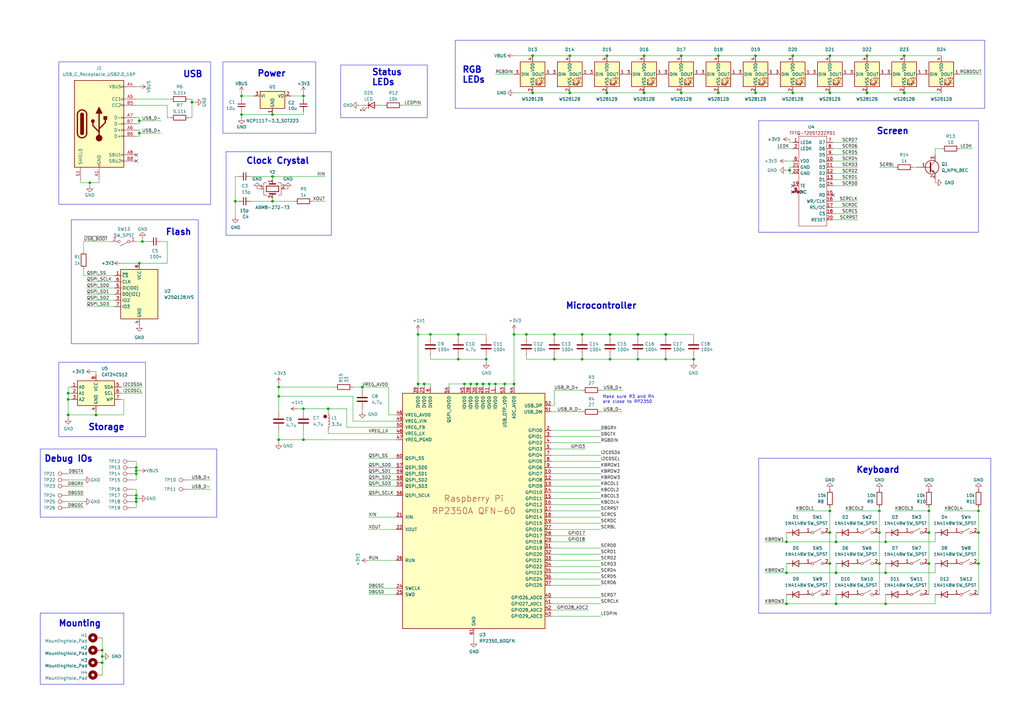
<source format=kicad_sch>
(kicad_sch (version 20231120) (generator "eeschema") (generator_version "8.0")
  (paper "A3")
  (title_block (title "JukeBoxV5") (date "2023-12-25") (rev "REV1") (company "Friend Team Inc."))
  (junction (at 99.06 39.37))
  (junction (at 370.84 22.86))
  (junction (at 57.15 107.95))
  (junction (at 238.76 147.32))
  (junction (at 250.19 147.32))
  (junction (at 55.88 191.77))
  (junction (at 207.01 157.48))
  (junction (at 195.58 157.48))
  (junction (at 111.76 46.99))
  (junction (at 215.9 137.16))
  (junction (at 58.42 99.06))
  (junction (at 111.76 82.55))
  (junction (at 200.66 157.48))
  (junction (at 248.92 38.1))
  (junction (at 78.74 41.91))
  (junction (at 294.64 22.86))
  (junction (at 325.12 22.86))
  (junction (at 360.68 218.44))
  (junction (at 322.58 222.25))
  (junction (at 227.33 137.16))
  (junction (at 248.92 22.86))
  (junction (at 55.88 194.31))
  (junction (at 325.12 38.1))
  (junction (at 176.53 137.16))
  (junction (at 340.36 22.86))
  (junction (at 279.4 38.1))
  (junction (at 210.82 157.48))
  (junction (at 355.6 38.1))
  (junction (at 363.22 222.25))
  (junction (at 309.88 22.86))
  (junction (at 340.36 209.55))
  (junction (at 273.05 147.32))
  (junction (at 381 218.44))
  (junction (at 284.48 147.32))
  (junction (at 233.68 38.1))
  (junction (at 41.91 271.78))
  (junction (at 218.44 38.1))
  (junction (at 114.3 158.75))
  (junction (at 261.62 147.32))
  (junction (at 57.15 54.61))
  (junction (at 148.59 158.75))
  (junction (at 57.15 49.53))
  (junction (at 203.2 157.48))
  (junction (at 264.16 38.1))
  (junction (at 171.45 137.16))
  (junction (at 294.64 38.1))
  (junction (at 199.39 147.32))
  (junction (at 134.62 167.64))
  (junction (at 124.46 39.37))
  (junction (at 363.22 234.95))
  (junction (at 363.22 247.65))
  (junction (at 198.12 157.48))
  (junction (at 322.58 247.65))
  (junction (at 342.9 234.95))
  (junction (at 41.91 269.24))
  (junction (at 381 231.14))
  (junction (at 233.68 22.86))
  (junction (at 401.32 231.14))
  (junction (at 323.85 69.85))
  (junction (at 227.33 147.32))
  (junction (at 171.45 157.48))
  (junction (at 340.36 231.14))
  (junction (at 111.76 72.39))
  (junction (at 39.37 170.18))
  (junction (at 114.3 180.34))
  (junction (at 187.96 147.32))
  (junction (at 27.94 163.83))
  (junction (at 340.36 38.1))
  (junction (at 193.04 157.48))
  (junction (at 55.88 193.04))
  (junction (at 279.4 22.86))
  (junction (at 96.52 82.55))
  (junction (at 218.44 22.86))
  (junction (at 99.06 46.99))
  (junction (at 190.5 157.48))
  (junction (at 360.68 231.14))
  (junction (at 264.16 22.86))
  (junction (at 355.6 22.86))
  (junction (at 342.9 247.65))
  (junction (at 261.62 137.16))
  (junction (at 273.05 137.16))
  (junction (at 342.9 222.25))
  (junction (at 173.99 157.48))
  (junction (at 370.84 38.1))
  (junction (at 401.32 209.55))
  (junction (at 124.46 180.34))
  (junction (at 36.83 74.93))
  (junction (at 210.82 137.16))
  (junction (at 187.96 137.16))
  (junction (at 360.68 209.55))
  (junction (at 55.88 203.2))
  (junction (at 250.19 137.16))
  (junction (at 124.46 167.64))
  (junction (at 340.36 218.44))
  (junction (at 27.94 170.18))
  (junction (at 114.3 162.56))
  (junction (at 309.88 38.1))
  (junction (at 55.88 204.47))
  (junction (at 41.91 266.7))
  (junction (at 55.88 205.74))
  (junction (at 27.94 161.29))
  (junction (at 322.58 234.95))
  (junction (at 238.76 137.16))
  (junction (at 381 209.55))
  (junction (at 401.32 218.44))
  (no_connect (at 341.63 80.01))
  (no_connect (at 55.88 66.04))
  (no_connect (at 55.88 63.5))
  (no_connect (at 325.12 78.74))
  (no_connect (at 325.12 76.2))
  (wire (pts (xy 171.45 137.16) (xy 171.45 157.48)))
  (wire (pts (xy 340.36 209.55) (xy 340.36 218.44)))
  (wire (pts (xy 77.47 48.26) (xy 78.74 48.26)))
  (wire (pts (xy 99.06 40.64) (xy 99.06 39.37)))
  (wire (pts (xy 323.85 58.42) (xy 325.12 58.42)))
  (wire (pts (xy 57.15 50.8) (xy 57.15 49.53)))
  (wire (pts (xy 383.54 231.14) (xy 383.54 234.95)))
  (wire (pts (xy 341.63 60.96) (xy 351.79 60.96)))
  (wire (pts (xy 54.61 194.31) (xy 55.88 194.31)))
  (wire (pts (xy 151.13 194.31) (xy 162.56 194.31)))
  (wire (pts (xy 383.54 60.96) (xy 386.08 60.96)))
  (wire (pts (xy 227.33 147.32) (xy 215.9 147.32)))
  (wire (pts (xy 151.13 191.77) (xy 162.56 191.77)))
  (wire (pts (xy 226.06 212.09) (xy 246.38 212.09)))
  (wire (pts (xy 54.61 203.2) (xy 55.88 203.2)))
  (wire (pts (xy 199.39 138.43) (xy 199.39 137.16)))
  (wire (pts (xy 227.33 146.05) (xy 227.33 147.32)))
  (wire (pts (xy 227.33 160.02) (xy 227.33 166.37)))
  (wire (pts (xy 134.62 177.8) (xy 134.62 176.53)))
  (wire (pts (xy 99.06 45.72) (xy 99.06 46.99)))
  (wire (pts (xy 105.41 77.47) (xy 106.68 77.47)))
  (wire (pts (xy 35.56 115.57) (xy 46.99 115.57)))
  (wire (pts (xy 134.62 177.8) (xy 162.56 177.8)))
  (wire (pts (xy 57.15 49.53) (xy 57.15 48.26)))
  (wire (pts (xy 157.48 43.18) (xy 156.21 43.18)))
  (wire (pts (xy 55.88 191.77) (xy 55.88 193.04)))
  (wire (pts (xy 210.82 137.16) (xy 210.82 157.48)))
  (wire (pts (xy 342.9 222.25) (xy 363.22 222.25)))
  (wire (pts (xy 27.94 170.18) (xy 27.94 171.45)))
  (wire (pts (xy 176.53 146.05) (xy 176.53 147.32)))
  (wire (pts (xy 190.5 157.48) (xy 193.04 157.48)))
  (wire (pts (xy 360.68 208.28) (xy 360.68 209.55)))
  (wire (pts (xy 58.42 99.06) (xy 60.96 99.06)))
  (wire (pts (xy 203.2 157.48) (xy 203.2 158.75)))
  (wire (pts (xy 294.64 22.86) (xy 309.88 22.86)))
  (wire (pts (xy 78.74 41.91) (xy 78.74 48.26)))
  (wire (pts (xy 322.58 231.14) (xy 322.58 234.95)))
  (wire (pts (xy 199.39 147.32) (xy 199.39 146.05)))
  (wire (pts (xy 325.12 71.12) (xy 323.85 71.12)))
  (wire (pts (xy 114.3 162.56) (xy 114.3 168.91)))
  (wire (pts (xy 401.32 208.28) (xy 401.32 209.55)))
  (wire (pts (xy 226.06 250.19) (xy 241.3 250.19)))
  (wire (pts (xy 226.06 191.77) (xy 246.38 191.77)))
  (wire (pts (xy 341.63 63.5) (xy 351.79 63.5)))
  (wire (pts (xy 226.06 184.15) (xy 240.03 184.15)))
  (wire (pts (xy 279.4 22.86) (xy 294.64 22.86)))
  (wire (pts (xy 41.91 266.7) (xy 41.91 269.24)))
  (wire (pts (xy 176.53 157.48) (xy 176.53 158.75)))
  (wire (pts (xy 49.53 163.83) (xy 50.8 163.83)))
  (wire (pts (xy 309.88 38.1) (xy 325.12 38.1)))
  (wire (pts (xy 360.68 209.55) (xy 360.68 218.44)))
  (wire (pts (xy 341.63 73.66) (xy 351.79 73.66)))
  (wire (pts (xy 151.13 196.85) (xy 162.56 196.85)))
  (wire (pts (xy 210.82 135.89) (xy 210.82 137.16)))
  (wire (pts (xy 176.53 147.32) (xy 187.96 147.32)))
  (wire (pts (xy 57.15 107.95) (xy 68.58 107.95)))
  (wire (pts (xy 66.04 99.06) (xy 68.58 99.06)))
  (wire (pts (xy 341.63 66.04) (xy 351.79 66.04)))
  (wire (pts (xy 360.68 231.14) (xy 360.68 243.84)))
  (wire (pts (xy 193.04 157.48) (xy 195.58 157.48)))
  (wire (pts (xy 195.58 158.75) (xy 195.58 157.48)))
  (wire (pts (xy 27.94 158.75) (xy 27.94 161.29)))
  (wire (pts (xy 367.03 209.55) (xy 381 209.55)))
  (wire (pts (xy 162.56 175.26) (xy 142.24 175.26)))
  (wire (pts (xy 381 231.14) (xy 381 243.84)))
  (wire (pts (xy 226.06 232.41) (xy 246.38 232.41)))
  (wire (pts (xy 246.38 160.02) (xy 255.27 160.02)))
  (wire (pts (xy 144.78 162.56) (xy 144.78 172.72)))
  (wire (pts (xy 226.06 219.71) (xy 240.03 219.71)))
  (wire (pts (xy 34.29 99.06) (xy 34.29 102.87)))
  (wire (pts (xy 309.88 22.86) (xy 325.12 22.86)))
  (wire (pts (xy 323.85 68.58) (xy 325.12 68.58)))
  (wire (pts (xy 226.06 237.49) (xy 246.38 237.49)))
  (wire (pts (xy 49.53 161.29) (xy 58.42 161.29)))
  (wire (pts (xy 322.58 66.04) (xy 325.12 66.04)))
  (wire (pts (xy 34.29 113.03) (xy 46.99 113.03)))
  (wire (pts (xy 27.94 163.83) (xy 29.21 163.83)))
  (wire (pts (xy 342.9 218.44) (xy 342.9 222.25)))
  (wire (pts (xy 215.9 138.43) (xy 215.9 137.16)))
  (wire (pts (xy 80.01 41.91) (xy 78.74 41.91)))
  (wire (pts (xy 322.58 218.44) (xy 322.58 222.25)))
  (wire (pts (xy 226.06 245.11) (xy 246.38 245.11)))
  (wire (pts (xy 233.68 22.86) (xy 248.92 22.86)))
  (wire (pts (xy 393.7 60.96) (xy 398.78 60.96)))
  (wire (pts (xy 218.44 22.86) (xy 233.68 22.86)))
  (wire (pts (xy 226.06 166.37) (xy 227.33 166.37)))
  (wire (pts (xy 238.76 147.32) (xy 227.33 147.32)))
  (wire (pts (xy 50.8 170.18) (xy 39.37 170.18)))
  (wire (pts (xy 58.42 97.79) (xy 58.42 99.06)))
  (wire (pts (xy 55.88 99.06) (xy 58.42 99.06)))
  (wire (pts (xy 54.61 208.28) (xy 55.88 208.28)))
  (wire (pts (xy 387.35 209.55) (xy 401.32 209.55)))
  (wire (pts (xy 38.1 152.4) (xy 39.37 152.4)))
  (wire (pts (xy 226.06 222.25) (xy 240.03 222.25)))
  (wire (pts (xy 55.88 196.85) (xy 55.88 194.31)))
  (wire (pts (xy 159.385 158.75) (xy 159.385 170.18)))
  (wire (pts (xy 39.37 168.91) (xy 39.37 170.18)))
  (wire (pts (xy 342.9 234.95) (xy 363.22 234.95)))
  (wire (pts (xy 151.13 212.09) (xy 162.56 212.09)))
  (wire (pts (xy 226.06 189.23) (xy 246.38 189.23)))
  (wire (pts (xy 198.12 158.75) (xy 198.12 157.48)))
  (wire (pts (xy 355.6 22.86) (xy 370.84 22.86)))
  (wire (pts (xy 226.06 234.95) (xy 246.38 234.95)))
  (wire (pts (xy 341.63 87.63) (xy 351.79 87.63)))
  (wire (pts (xy 294.64 38.1) (xy 309.88 38.1)))
  (wire (pts (xy 114.3 180.34) (xy 124.46 180.34)))
  (wire (pts (xy 355.6 38.1) (xy 370.84 38.1)))
  (wire (pts (xy 187.96 138.43) (xy 187.96 137.16)))
  (wire (pts (xy 246.38 168.91) (xy 255.27 168.91)))
  (wire (pts (xy 49.53 107.95) (xy 57.15 107.95)))
  (wire (pts (xy 195.58 157.48) (xy 198.12 157.48)))
  (wire (pts (xy 104.14 39.37) (xy 99.06 39.37)))
  (wire (pts (xy 29.21 158.75) (xy 27.94 158.75)))
  (wire (pts (xy 111.76 46.99) (xy 99.06 46.99)))
  (wire (pts (xy 325.12 38.1) (xy 340.36 38.1)))
  (wire (pts (xy 340.36 231.14) (xy 340.36 243.84)))
  (wire (pts (xy 342.9 243.84) (xy 342.9 247.65)))
  (wire (pts (xy 187.96 147.32) (xy 199.39 147.32)))
  (wire (pts (xy 238.76 138.43) (xy 238.76 137.16)))
  (wire (pts (xy 151.13 229.87) (xy 162.56 229.87)))
  (wire (pts (xy 346.71 209.55) (xy 360.68 209.55)))
  (wire (pts (xy 96.52 72.39) (xy 97.79 72.39)))
  (wire (pts (xy 148.59 158.75) (xy 159.385 158.75)))
  (wire (pts (xy 238.76 137.16) (xy 250.19 137.16)))
  (wire (pts (xy 273.05 147.32) (xy 261.62 147.32)))
  (wire (pts (xy 322.58 234.95) (xy 342.9 234.95)))
  (wire (pts (xy 264.16 22.86) (xy 279.4 22.86)))
  (wire (pts (xy 207.01 158.75) (xy 207.01 157.48)))
  (wire (pts (xy 114.3 176.53) (xy 114.3 180.34)))
  (wire (pts (xy 171.45 157.48) (xy 171.45 158.75)))
  (wire (pts (xy 40.64 74.93) (xy 40.64 73.66)))
  (wire (pts (xy 250.19 137.16) (xy 261.62 137.16)))
  (wire (pts (xy 27.94 161.29) (xy 27.94 163.83)))
  (wire (pts (xy 226.06 252.73) (xy 246.38 252.73)))
  (wire (pts (xy 323.85 57.15) (xy 323.85 58.42)))
  (wire (pts (xy 165.1 43.18) (xy 172.72 43.18)))
  (wire (pts (xy 55.88 189.23) (xy 55.88 191.77)))
  (wire (pts (xy 39.37 152.4) (xy 39.37 153.67)))
  (wire (pts (xy 226.06 194.31) (xy 246.38 194.31)))
  (wire (pts (xy 68.58 48.26) (xy 68.58 43.18)))
  (wire (pts (xy 27.94 161.29) (xy 29.21 161.29)))
  (wire (pts (xy 55.88 204.47) (xy 57.15 204.47)))
  (wire (pts (xy 215.9 137.16) (xy 227.33 137.16)))
  (wire (pts (xy 199.39 147.32) (xy 199.39 148.59)))
  (wire (pts (xy 124.46 168.91) (xy 124.46 167.64)))
  (wire (pts (xy 363.22 222.25) (xy 383.54 222.25)))
  (wire (pts (xy 124.46 167.64) (xy 134.62 167.64)))
  (wire (pts (xy 55.88 50.8) (xy 57.15 50.8)))
  (wire (pts (xy 401.32 209.55) (xy 401.32 218.44)))
  (wire (pts (xy 114.3 162.56) (xy 144.78 162.56)))
  (wire (pts (xy 77.47 200.66) (xy 86.36 200.66)))
  (wire (pts (xy 248.92 22.86) (xy 264.16 22.86)))
  (wire (pts (xy 40.64 74.93) (xy 36.83 74.93)))
  (wire (pts (xy 162.56 243.84) (xy 151.13 243.84)))
  (wire (pts (xy 68.58 99.06) (xy 68.58 107.95)))
  (wire (pts (xy 363.22 243.84) (xy 363.22 247.65)))
  (wire (pts (xy 162.56 241.3) (xy 151.13 241.3)))
  (wire (pts (xy 363.22 247.65) (xy 383.54 247.65)))
  (wire (pts (xy 116.84 77.47) (xy 118.11 77.47)))
  (wire (pts (xy 323.85 71.12) (xy 323.85 69.85)))
  (wire (pts (xy 114.3 180.34) (xy 114.3 181.61)))
  (wire (pts (xy 55.88 35.56) (xy 57.15 35.56)))
  (wire (pts (xy 102.87 72.39) (xy 111.76 72.39)))
  (wire (pts (xy 261.62 146.05) (xy 261.62 147.32)))
  (wire (pts (xy 55.88 205.74) (xy 55.88 204.47)))
  (wire (pts (xy 323.85 69.85) (xy 323.85 68.58)))
  (wire (pts (xy 215.9 146.05) (xy 215.9 147.32)))
  (wire (pts (xy 34.29 110.49) (xy 34.29 113.03)))
  (wire (pts (xy 55.88 53.34) (xy 57.15 53.34)))
  (wire (pts (xy 96.52 82.55) (xy 97.79 82.55)))
  (wire (pts (xy 173.99 157.48) (xy 171.45 157.48)))
  (wire (pts (xy 322.58 243.84) (xy 322.58 247.65)))
  (wire (pts (xy 148.59 43.18) (xy 147.32 43.18)))
  (wire (pts (xy 36.83 76.2) (xy 36.83 74.93)))
  (wire (pts (xy 55.88 208.28) (xy 55.88 205.74)))
  (wire (pts (xy 41.91 261.62) (xy 41.91 266.7)))
  (wire (pts (xy 194.31 260.35) (xy 194.31 262.89)))
  (wire (pts (xy 374.65 68.58) (xy 375.92 68.58)))
  (wire (pts (xy 119.38 39.37) (xy 124.46 39.37)))
  (wire (pts (xy 142.24 175.26) (xy 142.24 167.64)))
  (wire (pts (xy 198.12 157.48) (xy 200.66 157.48)))
  (wire (pts (xy 226.06 199.39) (xy 246.38 199.39)))
  (wire (pts (xy 226.06 186.69) (xy 246.38 186.69)))
  (wire (pts (xy 111.76 73.66) (xy 111.76 72.39)))
  (wire (pts (xy 34.29 205.74) (xy 27.94 205.74)))
  (wire (pts (xy 226.06 201.93) (xy 246.38 201.93)))
  (wire (pts (xy 99.06 38.1) (xy 99.06 39.37)))
  (wire (pts (xy 226.06 229.87) (xy 246.38 229.87)))
  (wire (pts (xy 35.56 125.73) (xy 46.99 125.73)))
  (wire (pts (xy 227.33 137.16) (xy 238.76 137.16)))
  (wire (pts (xy 114.3 158.75) (xy 114.3 162.56)))
  (wire (pts (xy 226.06 207.01) (xy 246.38 207.01)))
  (wire (pts (xy 318.77 60.96) (xy 325.12 60.96)))
  (wire (pts (xy 341.63 76.2) (xy 351.79 76.2)))
  (wire (pts (xy 34.29 203.2) (xy 27.94 203.2)))
  (wire (pts (xy 54.61 205.74) (xy 55.88 205.74)))
  (wire (pts (xy 57.15 53.34) (xy 57.15 54.61)))
  (wire (pts (xy 340.36 22.86) (xy 355.6 22.86)))
  (wire (pts (xy 325.12 22.86) (xy 340.36 22.86)))
  (wire (pts (xy 187.96 137.16) (xy 199.39 137.16)))
  (wire (pts (xy 176.53 137.16) (xy 187.96 137.16)))
  (wire (pts (xy 284.48 138.43) (xy 284.48 137.16)))
  (wire (pts (xy 151.13 199.39) (xy 162.56 199.39)))
  (wire (pts (xy 341.63 71.12) (xy 351.79 71.12)))
  (wire (pts (xy 322.58 247.65) (xy 342.9 247.65)))
  (wire (pts (xy 121.92 167.64) (xy 124.46 167.64)))
  (wire (pts (xy 322.58 222.25) (xy 342.9 222.25)))
  (wire (pts (xy 162.56 203.2) (xy 151.13 203.2)))
  (wire (pts (xy 77.47 196.85) (xy 86.36 196.85)))
  (wire (pts (xy 279.4 38.1) (xy 294.64 38.1)))
  (wire (pts (xy 176.53 138.43) (xy 176.53 137.16)))
  (wire (pts (xy 39.37 170.18) (xy 27.94 170.18)))
  (wire (pts (xy 124.46 180.34) (xy 162.56 180.34)))
  (wire (pts (xy 55.88 203.2) (xy 55.88 204.47)))
  (wire (pts (xy 124.46 39.37) (xy 124.46 40.64)))
  (wire (pts (xy 57.15 48.26) (xy 55.88 48.26)))
  (wire (pts (xy 363.22 231.14) (xy 363.22 234.95)))
  (wire (pts (xy 226.06 168.91) (xy 238.76 168.91)))
  (wire (pts (xy 322.58 69.85) (xy 323.85 69.85)))
  (wire (pts (xy 159.385 170.18) (xy 162.56 170.18)))
  (wire (pts (xy 35.56 123.19) (xy 46.99 123.19)))
  (wire (pts (xy 401.32 218.44) (xy 401.32 231.14)))
  (wire (pts (xy 77.47 40.64) (xy 78.74 40.64)))
  (wire (pts (xy 41.91 269.24) (xy 41.91 271.78)))
  (wire (pts (xy 383.54 218.44) (xy 383.54 222.25)))
  (wire (pts (xy 226.06 179.07) (xy 246.38 179.07)))
  (wire (pts (xy 341.63 82.55) (xy 351.79 82.55)))
  (wire (pts (xy 124.46 45.72) (xy 124.46 46.99)))
  (wire (pts (xy 393.7 30.48) (xy 402.59 30.48)))
  (wire (pts (xy 57.15 49.53) (xy 66.04 49.53)))
  (wire (pts (xy 264.16 38.1) (xy 279.4 38.1)))
  (wire (pts (xy 193.04 158.75) (xy 193.04 157.48)))
  (wire (pts (xy 187.96 146.05) (xy 187.96 147.32)))
  (wire (pts (xy 210.82 157.48) (xy 210.82 158.75)))
  (wire (pts (xy 34.29 99.06) (xy 45.72 99.06)))
  (wire (pts (xy 203.2 30.48) (xy 210.82 30.48)))
  (wire (pts (xy 55.88 40.64) (xy 69.85 40.64)))
  (wire (pts (xy 381 208.28) (xy 381 209.55)))
  (wire (pts (xy 49.53 158.75) (xy 58.42 158.75)))
  (wire (pts (xy 55.88 193.04) (xy 57.15 193.04)))
  (wire (pts (xy 233.68 38.1) (xy 248.92 38.1)))
  (wire (pts (xy 173.99 157.48) (xy 176.53 157.48)))
  (wire (pts (xy 54.61 189.23) (xy 55.88 189.23)))
  (wire (pts (xy 57.15 55.88) (xy 55.88 55.88)))
  (wire (pts (xy 401.32 231.14) (xy 401.32 243.84)))
  (wire (pts (xy 54.61 191.77) (xy 55.88 191.77)))
  (wire (pts (xy 144.78 172.72) (xy 162.56 172.72)))
  (wire (pts (xy 370.84 38.1) (xy 386.08 38.1)))
  (wire (pts (xy 341.63 68.58) (xy 351.79 68.58)))
  (wire (pts (xy 200.66 157.48) (xy 203.2 157.48)))
  (wire (pts (xy 363.22 234.95) (xy 383.54 234.95)))
  (wire (pts (xy 120.65 82.55) (xy 111.76 82.55)))
  (wire (pts (xy 210.82 137.16) (xy 215.9 137.16)))
  (wire (pts (xy 34.29 208.28) (xy 27.94 208.28)))
  (wire (pts (xy 124.46 38.1) (xy 124.46 39.37)))
  (wire (pts (xy 227.33 138.43) (xy 227.33 137.16)))
  (wire (pts (xy 381 209.55) (xy 381 218.44)))
  (wire (pts (xy 54.61 196.85) (xy 55.88 196.85)))
  (wire (pts (xy 250.19 138.43) (xy 250.19 137.16)))
  (wire (pts (xy 261.62 138.43) (xy 261.62 137.16)))
  (wire (pts (xy 210.82 22.86) (xy 218.44 22.86)))
  (wire (pts (xy 173.99 158.75) (xy 173.99 157.48)))
  (wire (pts (xy 326.39 209.55) (xy 340.36 209.55)))
  (wire (pts (xy 273.05 137.16) (xy 284.48 137.16)))
  (wire (pts (xy 35.56 120.65) (xy 46.99 120.65)))
  (wire (pts (xy 35.56 118.11) (xy 46.99 118.11)))
  (wire (pts (xy 383.54 243.84) (xy 383.54 247.65)))
  (wire (pts (xy 284.48 148.59) (xy 284.48 147.32)))
  (wire (pts (xy 78.74 40.64) (xy 78.74 41.91)))
  (wire (pts (xy 248.92 38.1) (xy 264.16 38.1)))
  (wire (pts (xy 148.59 158.75) (xy 148.59 160.02)))
  (wire (pts (xy 363.22 218.44) (xy 363.22 222.25)))
  (wire (pts (xy 226.06 227.33) (xy 246.38 227.33)))
  (wire (pts (xy 250.19 147.32) (xy 238.76 147.32)))
  (wire (pts (xy 313.69 222.25) (xy 322.58 222.25)))
  (wire (pts (xy 111.76 82.55) (xy 111.76 81.28)))
  (wire (pts (xy 55.88 194.31) (xy 55.88 193.04)))
  (wire (pts (xy 114.3 157.48) (xy 114.3 158.75)))
  (wire (pts (xy 226.06 224.79) (xy 246.38 224.79)))
  (wire (pts (xy 27.94 163.83) (xy 27.94 170.18)))
  (wire (pts (xy 273.05 146.05) (xy 273.05 147.32)))
  (wire (pts (xy 227.33 160.02) (xy 238.76 160.02)))
  (wire (pts (xy 284.48 146.05) (xy 284.48 147.32)))
  (wire (pts (xy 341.63 85.09) (xy 351.79 85.09)))
  (wire (pts (xy 33.02 74.93) (xy 33.02 73.66)))
  (wire (pts (xy 342.9 231.14) (xy 342.9 234.95)))
  (wire (pts (xy 33.02 74.93) (xy 36.83 74.93)))
  (wire (pts (xy 144.78 158.75) (xy 148.59 158.75)))
  (wire (pts (xy 68.58 48.26) (xy 69.85 48.26)))
  (wire (pts (xy 360.68 218.44) (xy 360.68 231.14)))
  (wire (pts (xy 96.52 82.55) (xy 96.52 88.9)))
  (wire (pts (xy 57.15 54.61) (xy 66.04 54.61)))
  (wire (pts (xy 273.05 147.32) (xy 284.48 147.32)))
  (wire (pts (xy 218.44 38.1) (xy 233.68 38.1)))
  (wire (pts (xy 342.9 247.65) (xy 363.22 247.65)))
  (wire (pts (xy 340.36 38.1) (xy 355.6 38.1)))
  (wire (pts (xy 148.59 168.91) (xy 148.59 167.64)))
  (wire (pts (xy 34.29 194.31) (xy 27.94 194.31)))
  (wire (pts (xy 102.87 82.55) (xy 111.76 82.55)))
  (wire (pts (xy 57.15 54.61) (xy 57.15 55.88)))
  (wire (pts (xy 114.3 158.75) (xy 137.16 158.75)))
  (wire (pts (xy 54.61 200.66) (xy 55.88 200.66)))
  (wire (pts (xy 55.88 43.18) (xy 68.58 43.18)))
  (wire (pts (xy 203.2 157.48) (xy 207.01 157.48)))
  (wire (pts (xy 381 218.44) (xy 381 231.14)))
  (wire (pts (xy 124.46 176.53) (xy 124.46 180.34)))
  (wire (pts (xy 184.15 157.48) (xy 190.5 157.48)))
  (wire (pts (xy 238.76 146.05) (xy 238.76 147.32)))
  (wire (pts (xy 226.06 196.85) (xy 246.38 196.85)))
  (wire (pts (xy 226.06 209.55) (xy 246.38 209.55)))
  (wire (pts (xy 226.06 240.03) (xy 246.38 240.03)))
  (wire (pts (xy 273.05 138.43) (xy 273.05 137.16)))
  (wire (pts (xy 226.06 247.65) (xy 246.38 247.65)))
  (wire (pts (xy 200.66 158.75) (xy 200.66 157.48)))
  (wire (pts (xy 226.06 176.53) (xy 246.38 176.53)))
  (wire (pts (xy 96.52 72.39) (xy 96.52 82.55)))
  (wire (pts (xy 34.29 196.85) (xy 27.94 196.85)))
  (wire (pts (xy 207.01 157.48) (xy 210.82 157.48)))
  (wire (pts (xy 226.06 217.17) (xy 246.38 217.17)))
  (wire (pts (xy 162.56 217.17) (xy 151.13 217.17)))
  (wire (pts (xy 111.76 72.39) (xy 133.35 72.39)))
  (wire (pts (xy 171.45 135.89) (xy 171.45 137.16)))
  (wire (pts (xy 142.24 167.64) (xy 134.62 167.64)))
  (wire (pts (xy 383.54 63.5) (xy 383.54 60.96)))
  (wire (pts (xy 261.62 137.16) (xy 273.05 137.16)))
  (wire (pts (xy 360.68 68.58) (xy 367.03 68.58)))
  (wire (pts (xy 340.36 218.44) (xy 340.36 231.14)))
  (wire (pts (xy 190.5 158.75) (xy 190.5 157.48)))
  (wire (pts (xy 124.46 46.99) (xy 111.76 46.99)))
  (wire (pts (xy 313.69 234.95) (xy 322.58 234.95)))
  (wire (pts (xy 210.82 38.1) (xy 218.44 38.1)))
  (wire (pts (xy 99.06 46.99) (xy 99.06 48.26)))
  (wire (pts (xy 383.54 74.93) (xy 383.54 73.66)))
  (wire (pts (xy 340.36 208.28) (xy 340.36 209.55)))
  (wire (pts (xy 128.27 82.55) (xy 133.35 82.55)))
  (wire (pts (xy 313.69 247.65) (xy 322.58 247.65)))
  (wire (pts (xy 134.62 167.64) (xy 134.62 168.91)))
  (wire (pts (xy 250.19 146.05) (xy 250.19 147.32)))
  (wire (pts (xy 55.88 200.66) (xy 55.88 203.2)))
  (wire (pts (xy 341.63 90.17) (xy 351.79 90.17)))
  (wire (pts (xy 226.06 214.63) (xy 246.38 214.63)))
  (wire (pts (xy 184.15 158.75) (xy 184.15 157.48)))
  (wire (pts (xy 261.62 147.32) (xy 250.19 147.32)))
  (wire (pts (xy 171.45 137.16) (xy 176.53 137.16)))
  (wire (pts (xy 50.8 163.83) (xy 50.8 170.18)))
  (wire (pts (xy 226.06 204.47) (xy 246.38 204.47)))
  (wire (pts (xy 162.56 187.96) (xy 151.13 187.96)))
  (wire (pts (xy 370.84 22.86) (xy 386.08 22.86)))
  (wire (pts (xy 226.06 181.61) (xy 246.38 181.61)))
  (wire (pts (xy 34.29 199.39) (xy 27.94 199.39)))
  (wire (pts (xy 341.63 58.42) (xy 351.79 58.42)))
  (wire (pts (xy 41.91 271.78) (xy 41.91 276.86)))
  (rectangle (start 311.15 187.96) (end 406.4 251.46))
  (rectangle (start 186.69 16.51) (end 403.86 44.45))
  (rectangle (start 311.15 49.53) (end 401.32 95.25))
  (rectangle (start 29.21 90.17) (end 81.28 140.97))
  (rectangle (start 16.51 251.46) (end 50.8 280.67))
  (rectangle (start 16.51 184.15) (end 88.9 212.09))
  (rectangle (start 91.44 25.4) (end 129.54 54.61))
  (rectangle (start 139.7 26.67) (end 175.26 48.26))
  (rectangle (start 24.13 25.4) (end 86.36 83.82))
  (rectangle (start 92.71 62.23) (end 135.89 96.52))
  (rectangle (start 24.13 148.59) (end 59.69 179.07))
  (circle (center 133.35 170.815) (radius 0.635) (stroke (width 0) (color 132 0 0 1)) (fill (type color) (color 132 0 0 1)))
  (text "Flash" (at 67.818 96.774 0) (effects (font (size 2.54 2.54) (thickness 0.508) (bold yes)) (justify left bottom)))
  (text "Mounting" (at 23.876 257.302 0) (effects (font (size 2.54 2.54) (thickness 0.508) (bold yes)) (justify left bottom)))
  (text "Make sure R3 and R4\nare close to RP2350" (at 247.142 165.608 0) (effects (font (size 1.27 1.27)) (justify left bottom)))
  (text "Debug IOs" (at 18.034 189.738 0) (effects (font (size 2.54 2.54) (thickness 0.508) (bold yes)) (justify left bottom)))
  (text "Storage" (at 36.068 176.784 0) (effects (font (size 2.54 2.54) (thickness 0.508) (bold yes)) (justify left bottom)))
  (text "Keyboard" (at 351.028 194.31 0) (effects (font (size 2.54 2.54) (thickness 0.508) (bold yes)) (justify left bottom)))
  (text "USB" (at 74.93 32.004 0) (effects (font (size 2.54 2.54) (thickness 0.508) (bold yes)) (justify left bottom)))
  (text "RGB\nLEDs" (at 189.484 34.29 0) (effects (font (size 2.54 2.54) (thickness 0.508) (bold yes)) (justify left bottom)))
  (text "Screen\n" (at 359.41 55.372 0) (effects (font (size 2.54 2.54) (thickness 0.508) (bold yes)) (justify left bottom)))
  (text "Power" (at 105.41 31.75 0) (effects (font (size 2.54 2.54) (thickness 0.508) (bold yes)) (justify left bottom)))
  (text "Clock Crystal" (at 100.838 67.564 0) (effects (font (size 2.54 2.54) (thickness 0.508) (bold yes)) (justify left bottom)))
  (text "Microcontroller" (at 231.902 127 0) (effects (font (size 2.54 2.54) (thickness 0.508) (bold yes)) (justify left bottom)))
  (text "Status\nLEDs" (at 152.4 35.306 0) (effects (font (size 2.54 2.54) (thickness 0.508) (bold yes)) (justify left bottom)))
  (label "USB_D+" (at 86.36 196.85 180))
  (label "KBROW3" (at 313.69 247.65 0))
  (label "SCRD3" (at 246.38 232.41 0))
  (label "RGBDOUT" (at 402.59 30.48 180))
  (label "XIN" (at 133.35 72.39 180))
  (label "DBGSD" (at 34.29 203.2 180))
  (label "QSPI_SD0" (at 35.56 118.11 0))
  (label "DBGSC" (at 34.29 208.28 180))
  (label "KBROW2" (at 246.38 194.31 0))
  (label "USB_D+" (at 66.04 54.61 180))
  (label "XOUT" (at 133.35 82.55 180))
  (label "RGBDIN" (at 203.2 30.48 0))
  (label "KBROW2" (at 313.69 234.95 0))
  (label "DBGSD" (at 151.13 243.84 0))
  (label "RUN" (at 151.13 229.87 0))
  (label "KBCOL3" (at 246.38 204.47 0))
  (label "SCRBL" (at 360.68 68.58 0))
  (label "SCRD6" (at 246.38 240.03 0))
  (label "SCRBL" (at 246.38 217.17 0))
  (label "DBGSC" (at 151.13 241.3 0))
  (label "KBCOL1" (at 326.39 209.55 0))
  (label "KBCOL4" (at 387.35 209.55 0))
  (label "DBGTX" (at 34.29 194.31 180))
  (label "USB_D-" (at 86.36 200.66 180))
  (label "SCRD4" (at 246.38 234.95 0))
  (label "VREG_AVDD" (at 148.59 158.75 0))
  (label "~{USB_BOOT}" (at 34.29 99.06 0))
  (label "QSPI_SD1" (at 151.13 194.31 0))
  (label "KBROW1" (at 313.69 222.25 0))
  (label "QSPI_SCLK" (at 35.56 115.57 0))
  (label "USB_R_D+" (at 227.33 160.02 0))
  (label "QSPI_SCLK" (at 151.13 203.2 0))
  (label "SCRDC" (at 351.79 85.09 180))
  (label "DBGTX" (at 246.38 179.07 0))
  (label "LEDK" (at 398.78 60.96 180))
  (label "SCRD0" (at 351.79 76.2 180))
  (label "SCRCS" (at 351.79 87.63 180))
  (label "SCRD5" (at 246.38 237.49 0))
  (label "XOUT" (at 151.13 217.17 0))
  (label "KBCOL2" (at 346.71 209.55 0))
  (label "SCRD0" (at 246.38 224.79 0))
  (label "KBCOL4" (at 246.38 207.01 0))
  (label "LEDPIN" (at 246.38 252.73 0))
  (label "LEDPIN" (at 172.72 43.18 180))
  (label "QSPI_SS" (at 151.13 187.96 0))
  (label "SCRD7" (at 246.38 245.11 0))
  (label "QSPI_SD3" (at 151.13 199.39 0))
  (label "QSPI_SD2" (at 35.56 123.19 0))
  (label "QSPI_SD1" (at 35.56 120.65 0))
  (label "QSPI_SD0" (at 151.13 191.77 0))
  (label "KBCOL1" (at 246.38 199.39 0))
  (label "RGBDIN" (at 246.38 181.61 0))
  (label "I2C0SCL" (at 246.38 189.23 0))
  (label "KBCOL2" (at 246.38 201.93 0))
  (label "USB_D-" (at 66.04 49.53 180))
  (label "VREG_LX" (at 151.13 177.8 0))
  (label "KBROW3" (at 246.38 196.85 0))
  (label "SCRCS" (at 246.38 212.09 0))
  (label "QSPI_SS" (at 35.56 113.03 0))
  (label "USB_R_D-" (at 228.6 168.91 0))
  (label "SCRDC" (at 246.38 214.63 0))
  (label "GPIO3" (at 240.03 184.15 180))
  (label "SCRD2" (at 351.79 71.12 180))
  (label "GPIO28_ADC2" (at 241.3 250.19 180))
  (label "SCRD7" (at 351.79 58.42 180))
  (label "SCRD4" (at 351.79 66.04 180))
  (label "DBGRX" (at 246.38 176.53 0))
  (label "SCRCLK" (at 351.79 82.55 180))
  (label "SCRRST" (at 351.79 90.17 180))
  (label "QSPI_SD3" (at 35.56 125.73 0))
  (label "SCRD6" (at 351.79 60.96 180))
  (label "GPIO17" (at 240.03 219.71 180))
  (label "SCRRST" (at 246.38 209.55 0))
  (label "GPIO18" (at 240.03 222.25 180))
  (label "SCRD2" (at 246.38 229.87 0))
  (label "QSPI_SD2" (at 151.13 196.85 0))
  (label "KBROW1" (at 246.38 191.77 0))
  (label "SCRD5" (at 351.79 63.5 180))
  (label "LEDK" (at 318.77 60.96 0))
  (label "I2C0SDA" (at 58.42 158.75 180))
  (label "SCRD1" (at 351.79 73.66 180))
  (label "SCRD1" (at 246.38 227.33 0))
  (label "USB_D+" (at 255.27 160.02 180))
  (label "USB_D-" (at 255.27 168.91 180))
  (label "SCRCLK" (at 246.38 247.65 0))
  (label "DBGRX" (at 34.29 199.39 180))
  (label "XIN" (at 151.13 212.09 0))
  (label "KBCOL3" (at 367.03 209.55 0))
  (label "I2C0SDA" (at 246.38 186.69 0))
  (label "I2C0SCL" (at 58.42 161.29 180))
  (label "SCRD3" (at 351.79 68.58 180))
  (symbol (lib_id "Device:C_Small") (at 100.33 82.55 90) (unit 1)
    (property "Reference" "C4" (at 102.108 88.9 90) (effects (justify left)))
    (property "Value" "15p" (at 102.108 86.36 90) (effects (justify left)))
    (property "Footprint" "Capacitor_SMD:C_0402_1005Metric" (effects (hide yes)))
    (property "Description" "Unpolarized capacitor, small symbol" (effects (hide yes)))
  )
  (symbol (lib_id "Device:C_Small") (at 100.33 72.39 270) (unit 1)
    (property "Reference" "C3" (at 99.06 76.2 90) (effects (justify left)))
    (property "Value" "15p" (at 99.06 78.74 90) (effects (justify left)))
    (property "Footprint" "Capacitor_SMD:C_0402_1005Metric" (effects (hide yes)))
    (property "Description" "Unpolarized capacitor, small symbol" (effects (hide yes)))
  )
  (symbol (lib_id "power:GND") (at 96.52 88.9 0) (unit 1)
    (property "Reference" "#PWR06" (effects (hide yes)))
    (property "Value" "GND" (at 96.647 93.2942 0))
  )
  (symbol (lib_id "Device:C_Small") (at 63.5 99.06 270) (unit 1)
    (property "Reference" "C5" (at 62.23 102.87 90) (effects (justify left)))
    (property "Value" "100n" (at 61.341 105.283 90) (effects (justify left)))
    (property "Footprint" "Capacitor_SMD:C_0402_1005Metric" (effects (hide yes)))
    (property "Description" "Unpolarized capacitor, small symbol" (effects (hide yes)))
  )
  (symbol (lib_id "Regulator_Linear:NCP1117-3.3_SOT223") (at 111.76 39.37 0) (unit 1)
    (property "Reference" "U1" (at 111.76 35.56 0))
    (property "Value" "NCP1117-3.3_SOT223" (at 111.76 49.53 0))
    (property "Footprint" "Package_TO_SOT_SMD:SOT-223-3_TabPin2" (effects (hide yes)))
    (property "Datasheet" "http://www.onsemi.com/pub_link/Collateral/NCP1117-D.PDF" (effects (hide yes)))
  )
  (symbol (lib_id "power:GND") (at 99.06 48.26 0) (unit 1)
    (property "Reference" "#PWR05" (effects (hide yes)))
    (property "Value" "GND" (at 99.06 52.07 0))
  )
  (symbol (lib_id "power:+3V3") (at 124.46 38.1 0) (unit 1)
    (property "Reference" "#PWR09" (effects (hide yes)))
    (property "Value" "+3V3" (at 124.46 34.29 0))
  )
  (symbol (lib_id "Device:C_Small") (at 99.06 43.18 0) (unit 1)
    (property "Reference" "C1" (at 96.52 41.9162 0) (effects (justify right)))
    (property "Value" "10u" (at 96.52 44.4562 0) (effects (justify right)))
    (property "Footprint" "Capacitor_SMD:C_0805_2012Metric" (effects (hide yes)))
    (property "Description" "Unpolarized capacitor, small symbol" (effects (hide yes)))
  )
  (symbol (lib_id "Device:C_Small") (at 124.46 43.18 0) (unit 1)
    (property "Reference" "C2" (at 118.11 42.1386 0) (effects (justify left)))
    (property "Value" "10u" (at 118.11 44.45 0) (effects (justify left)))
    (property "Footprint" "Capacitor_SMD:C_0805_2012Metric" (effects (hide yes)))
    (property "Description" "Unpolarized capacitor, small symbol" (effects (hide yes)))
  )
  (symbol (lib_id "Device:R") (at 124.46 82.55 270) (unit 1)
    (property "Reference" "R5" (at 124.46 77.47 90))
    (property "Value" "1k" (at 124.46 80.01 90))
    (property "Footprint" "Resistor_SMD:R_0402_1005Metric" (effects (hide yes)))
  )
  (symbol (lib_id "Switch:SW_SPST") (at 375.92 243.84 0) (unit 1)
    (property "Reference" "SW11" (at 375.92 237.49 0))
    (property "Value" "SW_SPST" (at 375.92 240.03 0))
    (property "Footprint" "JukeBox:ALLKEY" (effects (hide yes)))
  )
  (symbol (lib_id "Simulation_SPICE:DIODE") (at 367.03 231.14 180) (unit 1)
    (property "Reference" "D7" (at 367.03 224.79 0))
    (property "Value" "${SIM.PARAMS}" (at 367.03 227.33 0))
    (property "Footprint" "Diode_SMD:D_SOD-123" (effects (hide yes)))
    (property "Sim.Device" "SPICE" (effects (hide yes)))
    (property "Sim.Params" "1N4148W" (effects (hide yes)))
    (property "Sim.Pins" "1=1 2=2" (effects (hide yes)))
  )
  (symbol (lib_id "LED:WS2812B-2020") (at 370.84 30.48 0) (unit 1)
    (property "Reference" "D23" (at 370.84 20.32 0))
    (property "Value" "WS2812B" (at 370.84 40.64 0))
    (property "Footprint" "LED_SMD:LED_WS2812B-2020_PLCC4_2.0x2.0mm" (effects (hide yes)))
    (property "Datasheet" "https://cdn-shop.adafruit.com/product-files/4684/4684_WS2812B-2020_V1.3_EN.pdf" (effects (hide yes)))
    (property "Description" "RGB LED with integrated controller, 2.0 x 2.0 mm, 12 mA" (effects (hide yes)))
  )
  (symbol (lib_id "power:VBUS") (at 210.82 22.86 90) (unit 1)
    (property "Reference" "#PWR04" (effects (hide yes)))
    (property "Value" "VBUS" (at 205.232 22.86 90))
  )
  (symbol (lib_id "Device:C") (at 176.53 142.24 0) (unit 1)
    (property "Reference" "C9" (at 179.451 141.0716 0) (effects (justify left)))
    (property "Value" "100n" (at 179.451 143.383 0) (effects (justify left)))
    (property "Footprint" "Capacitor_SMD:C_0402_1005Metric" (effects (hide yes)))
  )
  (symbol (lib_id "Device:R") (at 73.66 48.26 90) (unit 1)
    (property "Reference" "R7" (at 73.66 43.18 90))
    (property "Value" "5.11k" (at 73.66 45.72 90))
    (property "Footprint" "Resistor_SMD:R_0402_1005Metric" (effects (hide yes)))
  )
  (symbol (lib_id "power:GND") (at 383.54 74.93 90) (unit 1)
    (property "Reference" "#PWR0117" (effects (hide yes)))
    (property "Value" "GND" (at 387.35 74.9299 90) (effects (justify right)))
  )
  (symbol (lib_id "Memory_Flash:W25Q128JVS") (at 57.15 120.65 0) (unit 1)
    (property "Reference" "U2" (at 67.31 119.3799 0) (effects (justify left)))
    (property "Value" "W25Q128JVS" (at 67.31 121.9199 0) (effects (justify left)))
    (property "Footprint" "Package_SO:SOIC-8_5.23x5.23mm_P1.27mm" (effects (hide yes)))
    (property "Datasheet" "http://www.winbond.com/resource-files/w25q128jv_dtr%20revc%2003272018%20plus.pdf" (effects (hide yes)))
    (property "Description" "128Mb Serial Flash Memory, Standard/Dual/Quad SPI, SOIC-8" (effects (hide yes)))
  )
  (symbol (lib_id "Switch:SW_SPST") (at 335.28 243.84 0) (unit 1)
    (property "Reference" "SW9" (at 335.28 237.49 0))
    (property "Value" "SW_SPST" (at 335.28 240.03 0))
    (property "Footprint" "JukeBox:ALLKEY" (effects (hide yes)))
  )
  (symbol (lib_id "Device:R") (at 242.57 160.02 270) (unit 1)
    (property "Reference" "R3" (at 242.57 154.7622 90))
    (property "Value" "27" (at 242.57 157.0736 90))
    (property "Footprint" "Resistor_SMD:R_0402_1005Metric" (effects (hide yes)))
  )
  (symbol (lib_id "Device:C") (at 114.3 172.72 0) (unit 1)
    (property "Reference" "C6" (at 117.221 171.8853 0) (effects (justify left)))
    (property "Value" "4.7u" (at 117.221 174.4222 0) (effects (justify left)))
    (property "Footprint" "Capacitor_SMD:C_0402_1005Metric" (effects (hide yes)))
  )
  (symbol (lib_id "Device:C") (at 273.05 142.24 0) (unit 1)
    (property "Reference" "C17" (at 275.971 141.0716 0) (effects (justify left)))
    (property "Value" "100n" (at 275.971 143.383 0) (effects (justify left)))
    (property "Footprint" "Capacitor_SMD:C_0402_1005Metric" (effects (hide yes)))
  )
  (symbol (lib_id "power:+1V1") (at 171.45 135.89 0) (unit 1)
    (property "Reference" "#PWR32" (effects (hide yes)))
    (property "Value" "+1V1" (at 171.831 131.4958 0))
  )
  (symbol (lib_id "Simulation_SPICE:DIODE") (at 387.35 218.44 180) (unit 1)
    (property "Reference" "D4" (at 387.35 212.09 0))
    (property "Value" "${SIM.PARAMS}" (at 387.35 214.63 0))
    (property "Footprint" "Diode_SMD:D_SOD-123" (effects (hide yes)))
    (property "Sim.Device" "SPICE" (effects (hide yes)))
    (property "Sim.Params" "1N4148W" (effects (hide yes)))
    (property "Sim.Pins" "1=1 2=2" (effects (hide yes)))
  )
  (symbol (lib_id "power:GND") (at 210.82 38.1 270) (unit 1)
    (property "Reference" "#PWR0101" (effects (hide yes)))
    (property "Value" "GND" (at 205.74 38.1 90))
  )
  (symbol (lib_id "Switch:SW_SPST") (at 396.24 231.14 0) (unit 1)
    (property "Reference" "SW8" (at 396.24 224.79 0))
    (property "Value" "SW_SPST" (at 396.24 227.33 0))
    (property "Footprint" "JukeBox:ALLKEY" (effects (hide yes)))
  )
  (symbol (lib_id "Device:C") (at 227.33 142.24 0) (unit 1)
    (property "Reference" "C13" (at 230.251 141.0716 0) (effects (justify left)))
    (property "Value" "100n" (at 230.251 143.383 0) (effects (justify left)))
    (property "Footprint" "Capacitor_SMD:C_0402_1005Metric" (effects (hide yes)))
  )
  (symbol (lib_id "power:GND") (at 105.41 77.47 180) (unit 1)
    (property "Reference" "#PWR020" (effects (hide yes)))
    (property "Value" "GND" (at 105.41 73.406 0))
  )
  (symbol (lib_id "LED:WS2812B-2020") (at 264.16 30.48 0) (unit 1)
    (property "Reference" "D16" (at 264.16 20.32 0))
    (property "Value" "WS2812B" (at 264.16 40.64 0))
    (property "Footprint" "LED_SMD:LED_WS2812B-2020_PLCC4_2.0x2.0mm" (effects (hide yes)))
    (property "Datasheet" "https://cdn-shop.adafruit.com/product-files/4684/4684_WS2812B-2020_V1.3_EN.pdf" (effects (hide yes)))
    (property "Description" "RGB LED with integrated controller, 2.0 x 2.0 mm, 12 mA" (effects (hide yes)))
  )
  (symbol (lib_id "Simulation_SPICE:DIODE") (at 346.71 243.84 180) (unit 1)
    (property "Reference" "D10" (at 346.71 237.49 0))
    (property "Value" "${SIM.PARAMS}" (at 346.71 240.03 0))
    (property "Footprint" "Diode_SMD:D_SOD-123" (effects (hide yes)))
    (property "Sim.Device" "SPICE" (effects (hide yes)))
    (property "Sim.Params" "1N4148W" (effects (hide yes)))
    (property "Sim.Pins" "1=1 2=2" (effects (hide yes)))
  )
  (symbol (lib_id "Connector:TestPoint") (at 54.61 205.74 90) (unit 1)
    (property "Reference" "TP18" (at 46.99 205.74 90))
    (property "Value" "TestPoint" (effects (hide yes)))
    (property "Footprint" "TestPoint:TestPoint_Pad_D1.5mm" (effects (hide yes)))
  )
  (symbol (lib_id "Device:C") (at 199.39 142.24 0) (unit 1)
    (property "Reference" "C11" (at 202.311 141.0716 0) (effects (justify left)))
    (property "Value" "100n" (at 202.311 143.383 0) (effects (justify left)))
    (property "Footprint" "Capacitor_SMD:C_0402_1005Metric" (effects (hide yes)))
  )
  (symbol (lib_id "Device:R") (at 381 204.47 0) (unit 1)
    (property "Reference" "R10" (at 375.92 205.74 0) (effects (justify left)))
    (property "Value" "10k" (at 375.92 203.2 0) (effects (justify left)))
    (property "Footprint" "Resistor_SMD:R_0402_1005Metric" (effects (hide yes)))
  )
  (symbol (lib_id "power:GND") (at 284.48 148.59 0) (mirror y) (unit 1)
    (property "Reference" "#PWR35" (effects (hide yes)))
    (property "Value" "GND" (at 284.353 152.9842 0))
  )
  (symbol (lib_id "LED:WS2812B-2020") (at 294.64 30.48 0) (unit 1)
    (property "Reference" "D18" (at 294.64 20.32 0))
    (property "Value" "WS2812B" (at 294.64 40.64 0))
    (property "Footprint" "LED_SMD:LED_WS2812B-2020_PLCC4_2.0x2.0mm" (effects (hide yes)))
    (property "Datasheet" "https://cdn-shop.adafruit.com/product-files/4684/4684_WS2812B-2020_V1.3_EN.pdf" (effects (hide yes)))
    (property "Description" "RGB LED with integrated controller, 2.0 x 2.0 mm, 12 mA" (effects (hide yes)))
  )
  (symbol (lib_id "Device:C") (at 250.19 142.24 0) (unit 1)
    (property "Reference" "C15" (at 253.111 141.0716 0) (effects (justify left)))
    (property "Value" "100n" (at 253.111 143.383 0) (effects (justify left)))
    (property "Footprint" "Capacitor_SMD:C_0402_1005Metric" (effects (hide yes)))
  )
  (symbol (lib_id "power:GND") (at 148.59 168.91 0) (unit 1)
    (property "Reference" "#PWR31" (effects (hide yes)))
    (property "Value" "GND" (at 152.908 169.926 0))
  )
  (symbol (lib_id "Device:R") (at 360.68 204.47 0) (unit 1)
    (property "Reference" "R9" (at 355.6 205.74 0) (effects (justify left)))
    (property "Value" "10k" (at 355.6 203.2 0) (effects (justify left)))
    (property "Footprint" "Resistor_SMD:R_0402_1005Metric" (effects (hide yes)))
  )
  (symbol (lib_id "Device:R") (at 73.66 40.64 90) (unit 1)
    (property "Reference" "R6" (at 73.66 35.56 90))
    (property "Value" "5.11k" (at 73.66 38.1 90))
    (property "Footprint" "Resistor_SMD:R_0402_1005Metric" (effects (hide yes)))
  )
  (symbol (lib_id "LED:WS2812B-2020") (at 248.92 30.48 0) (unit 1)
    (property "Reference" "D15" (at 248.92 20.32 0))
    (property "Value" "WS2812B" (at 248.92 40.64 0))
    (property "Footprint" "LED_SMD:LED_WS2812B-2020_PLCC4_2.0x2.0mm" (effects (hide yes)))
    (property "Datasheet" "https://cdn-shop.adafruit.com/product-files/4684/4684_WS2812B-2020_V1.3_EN.pdf" (effects (hide yes)))
    (property "Description" "RGB LED with integrated controller, 2.0 x 2.0 mm, 12 mA" (effects (hide yes)))
  )
  (symbol (lib_id "Simulation_SPICE:DIODE") (at 346.71 218.44 180) (unit 1)
    (property "Reference" "D2" (at 346.71 212.09 0))
    (property "Value" "${SIM.PARAMS}" (at 346.71 214.63 0))
    (property "Footprint" "Diode_SMD:D_SOD-123" (effects (hide yes)))
    (property "Sim.Device" "SPICE" (effects (hide yes)))
    (property "Sim.Params" "1N4148W" (effects (hide yes)))
    (property "Sim.Pins" "1=1 2=2" (effects (hide yes)))
  )
  (symbol (lib_name "GND_1") (lib_id "power:GND") (at 41.91 269.24 90) (unit 1)
    (property "Reference" "#PWR02" (effects (hide yes)))
    (property "Value" "GND" (at 45.72 269.2399 90) (effects (justify right)))
    (property "Description" "Power symbol creates a global label with name \"GND\" , ground" (effects (hide yes)))
  )
  (symbol (lib_id "power:+3V3") (at 151.13 229.87 90) (unit 1)
    (property "Reference" "#PWR13" (effects (hide yes)))
    (property "Value" "+3V3" (at 146.7358 229.489 0))
  )
  (symbol (lib_id "power:+3V3") (at 210.82 135.89 0) (unit 1)
    (property "Reference" "#PWR34" (effects (hide yes)))
    (property "Value" "+3V3" (at 211.201 131.4958 0))
  )
  (symbol (lib_id "Simulation_SPICE:DIODE") (at 387.35 231.14 180) (unit 1)
    (property "Reference" "D8" (at 387.35 224.79 0))
    (property "Value" "${SIM.PARAMS}" (at 387.35 227.33 0))
    (property "Footprint" "Diode_SMD:D_SOD-123" (effects (hide yes)))
    (property "Sim.Device" "SPICE" (effects (hide yes)))
    (property "Sim.Params" "1N4148W" (effects (hide yes)))
    (property "Sim.Pins" "1=1 2=2" (effects (hide yes)))
  )
  (symbol (lib_id "power:GND") (at 58.42 97.79 180) (unit 1)
    (property "Reference" "#PWR022" (effects (hide yes)))
    (property "Value" "GND" (at 58.42 93.98 0))
  )
  (symbol (lib_id "Switch:SW_SPST") (at 355.6 218.44 0) (unit 1)
    (property "Reference" "SW2" (at 355.6 212.09 0))
    (property "Value" "SW_SPST" (at 355.6 214.63 0))
    (property "Footprint" "JukeBox:ALLKEY" (effects (hide yes)))
  )
  (symbol (lib_id "Switch:SW_SPST") (at 375.92 218.44 0) (unit 1)
    (property "Reference" "SW3" (at 375.92 212.09 0))
    (property "Value" "SW_SPST" (at 375.92 214.63 0))
    (property "Footprint" "JukeBox:ALLKEY" (effects (hide yes)))
  )
  (symbol (lib_id "Switch:SW_SPST") (at 375.92 231.14 0) (unit 1)
    (property "Reference" "SW7" (at 375.92 224.79 0))
    (property "Value" "SW_SPST" (at 375.92 227.33 0))
    (property "Footprint" "JukeBox:ALLKEY" (effects (hide yes)))
  )
  (symbol (lib_id "Switch:SW_SPST") (at 355.6 231.14 0) (unit 1)
    (property "Reference" "SW6" (at 355.6 224.79 0))
    (property "Value" "SW_SPST" (at 355.6 227.33 0))
    (property "Footprint" "JukeBox:ALLKEY" (effects (hide yes)))
  )
  (symbol (lib_id "power:VBUS") (at 57.15 35.56 270) (unit 1)
    (property "Reference" "#PWR024" (effects (hide yes)))
    (property "Value" "VBUS" (at 60.96 35.56 0))
  )
  (symbol (lib_id "Switch:SW_SPST") (at 396.24 218.44 0) (unit 1)
    (property "Reference" "SW4" (at 396.24 212.09 0))
    (property "Value" "SW_SPST" (at 396.24 214.63 0))
    (property "Footprint" "JukeBox:ALLKEY" (effects (hide yes)))
  )
  (symbol (lib_id "power:GND") (at 194.31 262.89 0) (unit 1)
    (property "Reference" "#PWR33" (effects (hide yes)))
    (property "Value" "GND" (at 194.437 267.2842 0))
  )
  (symbol (lib_id "Connector:TestPoint") (at 54.61 189.23 90) (unit 1)
    (property "Reference" "TP12" (at 46.99 189.23 90))
    (property "Value" "TestPoint" (effects (hide yes)))
    (property "Footprint" "TestPoint:TestPoint_Pad_D1.5mm" (effects (hide yes)))
  )
  (symbol (lib_id "Device:Crystal_GND24") (at 111.76 77.47 270) (unit 1)
    (property "Reference" "Y2" (at 111.76 70.612 90))
    (property "Value" "ABM8-272-T3" (at 111.76 85.09 90))
    (property "Footprint" "Crystal:Crystal_SMD_Abracon_ABM8G-4Pin_3.2x2.5mm" (effects (hide yes)))
    (property "Description" "Four pin crystal, GND on pins 2 and 4" (effects (hide yes)))
  )
  (symbol (lib_id "MCU_RaspberryPi_RP2350:RP2350_60QFN") (at 194.31 209.55 0) (unit 1)
    (property "Reference" "U3" (at 196.5041 260.35 0) (effects (justify left)))
    (property "Value" "RP2350_60QFN" (at 196.5041 262.89 0) (effects (justify left)))
    (property "Footprint" "JukeBox:RP2350-QFN-60-1EP_7x7_P0.4mm_EP3.4x3.4mm_ThermalVias" (effects (hide yes)))
  )
  (symbol (lib_id "LED:WS2812B-2020") (at 309.88 30.48 0) (unit 1)
    (property "Reference" "D19" (at 309.88 20.32 0))
    (property "Value" "WS2812B" (at 309.88 40.64 0))
    (property "Footprint" "LED_SMD:LED_WS2812B-2020_PLCC4_2.0x2.0mm" (effects (hide yes)))
    (property "Datasheet" "https://cdn-shop.adafruit.com/product-files/4684/4684_WS2812B-2020_V1.3_EN.pdf" (effects (hide yes)))
    (property "Description" "RGB LED with integrated controller, 2.0 x 2.0 mm, 12 mA" (effects (hide yes)))
  )
  (symbol (lib_id "power:GND") (at 118.11 77.47 180) (unit 1)
    (property "Reference" "#PWR021" (effects (hide yes)))
    (property "Value" "GND" (at 118.11 73.406 0))
  )
  (symbol (lib_id "power:GND") (at 34.29 205.74 90) (unit 1)
    (property "Reference" "#PWR03" (effects (hide yes)))
    (property "Value" "GND" (at 39.116 205.74 90))
  )
  (symbol (lib_id "power:+3V3") (at 49.53 107.95 90) (unit 1)
    (property "Reference" "#PWR012" (effects (hide yes)))
    (property "Value" "+3V3" (at 44.196 107.95 90))
  )
  (symbol (lib_id "Device:R") (at 401.32 204.47 0) (unit 1)
    (property "Reference" "R11" (at 396.24 205.74 0) (effects (justify left)))
    (property "Value" "10k" (at 396.24 203.2 0) (effects (justify left)))
    (property "Footprint" "Resistor_SMD:R_0402_1005Metric" (effects (hide yes)))
  )
  (symbol (lib_id "Device:C") (at 187.96 142.24 0) (unit 1)
    (property "Reference" "C10" (at 190.881 141.0716 0) (effects (justify left)))
    (property "Value" "4.7u" (at 190.881 143.383 0) (effects (justify left)))
    (property "Footprint" "Capacitor_SMD:C_0402_1005Metric" (effects (hide yes)))
  )
  (symbol (lib_id "Connector:TestPoint") (at 27.94 205.74 90) (unit 1)
    (property "Reference" "TP25" (at 20.32 205.74 90))
    (property "Value" "TestPoint" (effects (hide yes)))
    (property "Footprint" "TestPoint:TestPoint_Pad_D1.5mm" (effects (hide yes)))
  )
  (symbol (lib_id "LED:WS2812B-2020") (at 386.08 30.48 0) (unit 1)
    (property "Reference" "D24" (at 386.08 20.32 0))
    (property "Value" "WS2812B" (at 386.08 40.64 0))
    (property "Footprint" "LED_SMD:LED_WS2812B-2020_PLCC4_2.0x2.0mm" (effects (hide yes)))
    (property "Datasheet" "https://cdn-shop.adafruit.com/product-files/4684/4684_WS2812B-2020_V1.3_EN.pdf" (effects (hide yes)))
    (property "Description" "RGB LED with integrated controller, 2.0 x 2.0 mm, 12 mA" (effects (hide yes)))
  )
  (symbol (lib_id "power:GND") (at 401.32 200.66 180) (unit 1)
    (property "Reference" "#PWR0105" (effects (hide yes)))
    (property "Value" "GND" (at 401.32 196.85 0))
  )
  (symbol (lib_id "Device:L") (at 134.62 172.72 0) (unit 1)
    (property "Reference" "L1" (at 135.89 171.45 0) (effects (justify left)))
    (property "Value" "3.3u" (at 135.89 173.99 0) (effects (justify left)))
    (property "Footprint" "JukeBox:L_pol_2016" (effects (hide yes)))
  )
  (symbol (lib_id "power:GND") (at 36.83 76.2 0) (unit 1)
    (property "Reference" "#PWR023" (effects (hide yes)))
    (property "Value" "GND" (at 36.83 80.01 0))
  )
  (symbol (lib_id "power:GND") (at 381 200.66 180) (unit 1)
    (property "Reference" "#PWR0107" (effects (hide yes)))
    (property "Value" "GND" (at 381 196.85 0))
  )
  (symbol (lib_id "power:VBUS") (at 99.06 38.1 0) (unit 1)
    (property "Reference" "#PWR0110" (effects (hide yes)))
    (property "Value" "VBUS" (at 99.06 34.29 0))
  )
  (symbol (lib_id "Device:R") (at 389.89 60.96 90) (unit 1)
    (property "Reference" "R13" (at 389.89 55.88 90))
    (property "Value" "10" (at 389.89 58.42 90))
    (property "Footprint" "Resistor_SMD:R_0402_1005Metric" (effects (hide yes)))
  )
  (symbol (lib_id "Device:C") (at 284.48 142.24 0) (unit 1)
    (property "Reference" "C18" (at 287.401 141.0716 0) (effects (justify left)))
    (property "Value" "100n" (at 287.401 143.383 0) (effects (justify left)))
    (property "Footprint" "Capacitor_SMD:C_0402_1005Metric" (effects (hide yes)))
  )
  (symbol (lib_id "Device:R") (at 140.97 158.75 90) (unit 1)
    (property "Reference" "R15" (at 139.8016 156.972 0) (effects (justify left)))
    (property "Value" "33" (at 142.113 156.972 0) (effects (justify left)))
    (property "Footprint" "Resistor_SMD:R_0402_1005Metric" (effects (hide yes)))
  )
  (symbol (lib_id "LED:WS2812B-2020") (at 355.6 30.48 0) (unit 1)
    (property "Reference" "D22" (at 355.6 20.32 0))
    (property "Value" "WS2812B" (at 355.6 40.64 0))
    (property "Footprint" "LED_SMD:LED_WS2812B-2020_PLCC4_2.0x2.0mm" (effects (hide yes)))
    (property "Datasheet" "https://cdn-shop.adafruit.com/product-files/4684/4684_WS2812B-2020_V1.3_EN.pdf" (effects (hide yes)))
    (property "Description" "RGB LED with integrated controller, 2.0 x 2.0 mm, 12 mA" (effects (hide yes)))
  )
  (symbol (lib_id "Switch:SW_SPST") (at 335.28 218.44 0) (unit 1)
    (property "Reference" "SW1" (at 335.28 212.09 0))
    (property "Value" "SW_SPST" (at 335.28 214.63 0))
    (property "Footprint" "JukeBox:ALLKEY" (effects (hide yes)))
  )
  (symbol (lib_id "power:GND") (at 147.32 43.18 270) (unit 1)
    (property "Reference" "#PWR0114" (effects (hide yes)))
    (property "Value" "GND" (at 144.78 43.18 90) (effects (justify right)))
  )
  (symbol (lib_id "power:+1V1") (at 121.92 167.64 90) (unit 1)
    (property "Reference" "#PWR28" (effects (hide yes)))
    (property "Value" "+1V1" (at 121.92 165.1 90))
  )
  (symbol (lib_id "Connector:TestPoint") (at 27.94 194.31 90) (unit 1)
    (property "Reference" "TP21" (at 20.32 194.31 90))
    (property "Value" "TestPoint" (effects (hide yes)))
    (property "Footprint" "TestPoint:TestPoint_Pad_D1.5mm" (effects (hide yes)))
  )
  (symbol (lib_id "power:VBUS") (at 57.15 193.04 270) (unit 1)
    (property "Reference" "#PWR08" (effects (hide yes)))
    (property "Value" "VBUS" (at 62.484 193.04 90))
  )
  (symbol (lib_id "LED:WS2812B-2020") (at 279.4 30.48 0) (unit 1)
    (property "Reference" "D17" (at 279.4 20.32 0))
    (property "Value" "WS2812B" (at 279.4 40.64 0))
    (property "Footprint" "LED_SMD:LED_WS2812B-2020_PLCC4_2.0x2.0mm" (effects (hide yes)))
    (property "Datasheet" "https://cdn-shop.adafruit.com/product-files/4684/4684_WS2812B-2020_V1.3_EN.pdf" (effects (hide yes)))
    (property "Description" "RGB LED with integrated controller, 2.0 x 2.0 mm, 12 mA" (effects (hide yes)))
  )
  (symbol (lib_id "power:+3V3") (at 38.1 152.4 90) (unit 1)
    (property "Reference" "#PWR010" (effects (hide yes)))
    (property "Value" "+3V3" (at 32.004 152.4 90))
  )
  (symbol (lib_id "Simulation_SPICE:DIODE") (at 326.39 231.14 180) (unit 1)
    (property "Reference" "D5" (at 326.39 224.79 0))
    (property "Value" "${SIM.PARAMS}" (at 326.39 227.33 0))
    (property "Footprint" "Diode_SMD:D_SOD-123" (effects (hide yes)))
    (property "Sim.Device" "SPICE" (effects (hide yes)))
    (property "Sim.Params" "1N4148W" (effects (hide yes)))
    (property "Sim.Pins" "1=1 2=2" (effects (hide yes)))
  )
  (symbol (lib_id "power:GND") (at 322.58 69.85 270) (unit 1)
    (property "Reference" "#PWR14" (effects (hide yes)))
    (property "Value" "GND" (at 318.77 69.8499 90) (effects (justify right)))
  )
  (symbol (lib_id "power:GND") (at 27.94 171.45 0) (unit 1)
    (property "Reference" "#PWR019" (effects (hide yes)))
    (property "Value" "GND" (at 28.067 175.8442 0))
  )
  (symbol (lib_id "Device:R") (at 242.57 168.91 270) (unit 1)
    (property "Reference" "R4" (at 242.57 163.6522 90))
    (property "Value" "27" (at 242.57 165.9636 90))
    (property "Footprint" "Resistor_SMD:R_0402_1005Metric" (effects (hide yes)))
  )
  (symbol (lib_id "Device:R") (at 370.84 68.58 90) (unit 1)
    (property "Reference" "R14" (at 370.84 63.5 90))
    (property "Value" "1k" (at 370.84 66.04 90))
    (property "Footprint" "Resistor_SMD:R_0402_1005Metric" (effects (hide yes)))
  )
  (symbol (lib_id "Device:C") (at 148.59 163.83 0) (unit 1)
    (property "Reference" "C8" (at 152.4 162.5599 0) (effects (justify left)))
    (property "Value" "4.7u" (at 152.4 165.0999 0) (effects (justify left)))
    (property "Footprint" "Capacitor_SMD:C_0402_1005Metric" (effects (hide yes)))
  )
  (symbol (lib_id "Device:C") (at 215.9 142.24 0) (unit 1)
    (property "Reference" "C12" (at 218.821 141.0716 0) (effects (justify left)))
    (property "Value" "100n" (at 218.821 143.383 0) (effects (justify left)))
    (property "Footprint" "Capacitor_SMD:C_0402_1005Metric" (effects (hide yes)))
  )
  (symbol (lib_id "power:GND") (at 57.15 133.35 0) (unit 1)
    (property "Reference" "#PWR025" (effects (hide yes)))
    (property "Value" "GND" (at 57.15 138.43 0))
  )
  (symbol (lib_id "Device:R") (at 340.36 204.47 0) (unit 1)
    (property "Reference" "R8" (at 335.28 205.74 0) (effects (justify left)))
    (property "Value" "10k" (at 335.28 203.2 0) (effects (justify left)))
    (property "Footprint" "Resistor_SMD:R_0402_1005Metric" (effects (hide yes)))
  )
  (symbol (lib_id "power:+3V3") (at 322.58 66.04 90) (unit 1)
    (property "Reference" "#PWR15" (effects (hide yes)))
    (property "Value" "+3V3" (at 318.77 66.0399 90) (effects (justify left)))
  )
  (symbol (lib_id "Switch:SW_SPST") (at 335.28 231.14 0) (unit 1)
    (property "Reference" "SW5" (at 335.28 224.79 0))
    (property "Value" "SW_SPST" (at 335.28 227.33 0))
    (property "Footprint" "JukeBox:ALLKEY" (effects (hide yes)))
  )
  (symbol (lib_id "Connector:TestPoint") (at 77.47 196.85 90) (unit 1)
    (property "Reference" "TP10" (at 69.85 196.85 90))
    (property "Value" "TestPoint" (effects (hide yes)))
    (property "Footprint" "TestPoint:TestPoint_Pad_D1.5mm" (effects (hide yes)))
  )
  (symbol (lib_id "Simulation_SPICE:DIODE") (at 326.39 218.44 180) (unit 1)
    (property "Reference" "D1" (at 326.39 212.09 0))
    (property "Value" "${SIM.PARAMS}" (at 326.39 214.63 0))
    (property "Footprint" "Diode_SMD:D_SOD-123" (effects (hide yes)))
    (property "Sim.Device" "SPICE" (effects (hide yes)))
    (property "Sim.Params" "1N4148W" (effects (hide yes)))
    (property "Sim.Pins" "1=1 2=2" (effects (hide yes)))
  )
  (symbol (lib_id "Connector:TestPoint") (at 54.61 191.77 90) (unit 1)
    (property "Reference" "TP13" (at 46.99 191.77 90))
    (property "Value" "TestPoint" (effects (hide yes)))
    (property "Footprint" "TestPoint:TestPoint_Pad_D1.5mm" (effects (hide yes)))
  )
  (symbol (lib_id "Connector:USB_C_Receptacle_USB2.0_16P") (at 40.64 50.8 0) (unit 1)
    (property "Reference" "J1" (at 40.64 27.94 0))
    (property "Value" "USB_C_Receptacle_USB2.0_16P" (at 40.64 30.48 0))
    (property "Footprint" "Connector_USB:USB_C_Receptacle_GCT_USB4105-xx-A_16P_TopMnt_Horizontal" (effects (hide yes)))
    (property "Datasheet" "https://www.usb.org/sites/default/files/documents/usb_type-c.zip" (effects (hide yes)))
    (property "Description" "USB 2.0-only 16P Type-C Receptacle connector" (effects (hide yes)))
  )
  (symbol (lib_id "power:GND") (at 80.01 41.91 90) (unit 1)
    (property "Reference" "#PWR0121" (effects (hide yes)))
    (property "Value" "GND" (at 83.82 41.91 0))
  )
  (symbol (lib_id "power:GND") (at 114.3 181.61 0) (mirror y) (unit 1)
    (property "Reference" "#PWR26" (effects (hide yes)))
    (property "Value" "GND" (at 118.11 182.88 0))
  )
  (symbol (lib_id "Device:C") (at 238.76 142.24 0) (unit 1)
    (property "Reference" "C14" (at 241.681 141.0716 0) (effects (justify left)))
    (property "Value" "100n" (at 241.681 143.383 0) (effects (justify left)))
    (property "Footprint" "Capacitor_SMD:C_0402_1005Metric" (effects (hide yes)))
  )
  (symbol (lib_id "Connector:TestPoint") (at 54.61 196.85 90) (unit 1)
    (property "Reference" "TP15" (at 46.99 196.85 90))
    (property "Value" "TestPoint" (effects (hide yes)))
    (property "Footprint" "TestPoint:TestPoint_Pad_D1.5mm" (effects (hide yes)))
  )
  (symbol (lib_id "Connector:TestPoint") (at 54.61 200.66 90) (unit 1)
    (property "Reference" "TP16" (at 46.99 200.66 90))
    (property "Value" "TestPoint" (effects (hide yes)))
    (property "Footprint" "TestPoint:TestPoint_Pad_D1.5mm" (effects (hide yes)))
  )
  (symbol (lib_id "Mechanical:MountingHole_Pad") (at 39.37 266.7 90) (unit 1) (exclude_from_sim yes) (in_bom no)
    (property "Reference" "H2" (at 34.544 265.684 90))
    (property "Value" "MountingHole_Pad" (at 27.178 267.97 90))
    (property "Footprint" "MountingHole:MountingHole_3.2mm_M3_Pad_Via" (effects (hide yes)))
    (property "Description" "Mounting Hole with connection" (effects (hide yes)))
  )
  (symbol (lib_id "LED:WS2812B-2020") (at 325.12 30.48 0) (unit 1)
    (property "Reference" "D20" (at 325.12 20.32 0))
    (property "Value" "WS2812B" (at 325.12 40.64 0))
    (property "Footprint" "LED_SMD:LED_WS2812B-2020_PLCC4_2.0x2.0mm" (effects (hide yes)))
    (property "Datasheet" "https://cdn-shop.adafruit.com/product-files/4684/4684_WS2812B-2020_V1.3_EN.pdf" (effects (hide yes)))
    (property "Description" "RGB LED with integrated controller, 2.0 x 2.0 mm, 12 mA" (effects (hide yes)))
  )
  (symbol (lib_id "Simulation_SPICE:DIODE") (at 326.39 243.84 180) (unit 1)
    (property "Reference" "D9" (at 326.39 237.49 0))
    (property "Value" "${SIM.PARAMS}" (at 326.39 240.03 0))
    (property "Footprint" "Diode_SMD:D_SOD-123" (effects (hide yes)))
    (property "Sim.Device" "SPICE" (effects (hide yes)))
    (property "Sim.Params" "1N4148W" (effects (hide yes)))
    (property "Sim.Pins" "1=1 2=2" (effects (hide yes)))
  )
  (symbol (lib_id "Device:R") (at 161.29 43.18 270) (unit 1)
    (property "Reference" "R12" (at 161.29 38.1 90))
    (property "Value" "10k" (at 161.29 40.64 90))
    (property "Footprint" "Resistor_SMD:R_0402_1005Metric" (effects (hide yes)))
  )
  (symbol (lib_id "Simulation_SPICE:DIODE") (at 367.03 243.84 180) (unit 1)
    (property "Reference" "D11" (at 367.03 237.49 0))
    (property "Value" "${SIM.PARAMS}" (at 367.03 240.03 0))
    (property "Footprint" "Diode_SMD:D_SOD-123" (effects (hide yes)))
    (property "Sim.Device" "SPICE" (effects (hide yes)))
    (property "Sim.Params" "1N4148W" (effects (hide yes)))
    (property "Sim.Pins" "1=1 2=2" (effects (hide yes)))
  )
  (symbol (lib_id "Connector:TestPoint") (at 27.94 196.85 90) (unit 1)
    (property "Reference" "TP22" (at 20.32 196.85 90))
    (property "Value" "TestPoint" (effects (hide yes)))
    (property "Footprint" "TestPoint:TestPoint_Pad_D1.5mm" (effects (hide yes)))
  )
  (symbol (lib_id "Device:R") (at 34.29 106.68 0) (unit 1)
    (property "Reference" "R1" (at 31.75 105.41 0))
    (property "Value" "1k" (at 31.75 107.95 0))
    (property "Footprint" "Resistor_SMD:R_0402_1005Metric" (effects (hide yes)))
  )
  (symbol (lib_id "power:GND") (at 199.39 148.59 0) (unit 1)
    (property "Reference" "#PWR27" (effects (hide yes)))
    (property "Value" "GND" (at 199.517 152.9842 0))
  )
  (symbol (lib_id "Device:C") (at 124.46 172.72 0) (unit 1)
    (property "Reference" "C7" (at 128.27 171.45 0) (effects (justify left)))
    (property "Value" "4.7u" (at 128.27 173.99 0) (effects (justify left)))
    (property "Footprint" "Capacitor_SMD:C_0402_1005Metric" (effects (hide yes)))
  )
  (symbol (lib_id "power:GND") (at 34.29 196.85 90) (unit 1)
    (property "Reference" "#PWR0103" (effects (hide yes)))
    (property "Value" "GND" (at 39.116 196.85 90))
  )
  (symbol (lib_id "Device:Q_NPN_BEC") (at 381 68.58 0) (unit 1)
    (property "Reference" "Q1" (at 386.08 67.3099 0) (effects (justify left)))
    (property "Value" "Q_NPN_BEC" (at 386.08 69.8499 0) (effects (justify left)))
    (property "Footprint" "Package_TO_SOT_SMD:SOT-23" (effects (hide yes)))
    (property "Description" "NPN transistor, base/emitter/collector" (effects (hide yes)))
  )
  (symbol (lib_id "Switch:SW_SPST") (at 50.8 99.06 180) (unit 1)
    (property "Reference" "SW13" (at 50.8 93.98 0))
    (property "Value" "SW_SPST" (at 50.8 96.52 0))
    (property "Footprint" "Button_Switch_SMD:SW_SPST_CK_RS282G05A3" (effects (hide yes)))
    (property "Description" "Single Pole Single Throw (SPST) switch" (effects (hide yes)))
  )
  (symbol (lib_id "Simulation_SPICE:DIODE") (at 346.71 231.14 180) (unit 1)
    (property "Reference" "D6" (at 346.71 224.79 0))
    (property "Value" "${SIM.PARAMS}" (at 346.71 227.33 0))
    (property "Footprint" "Diode_SMD:D_SOD-123" (effects (hide yes)))
    (property "Sim.Device" "SPICE" (effects (hide yes)))
    (property "Sim.Params" "1N4148W" (effects (hide yes)))
    (property "Sim.Pins" "1=1 2=2" (effects (hide yes)))
  )
  (symbol (lib_id "Simulation_SPICE:DIODE") (at 367.03 218.44 180) (unit 1)
    (property "Reference" "D3" (at 367.03 212.09 0))
    (property "Value" "${SIM.PARAMS}" (at 367.03 214.63 0))
    (property "Footprint" "Diode_SMD:D_SOD-123" (effects (hide yes)))
    (property "Sim.Device" "SPICE" (effects (hide yes)))
    (property "Sim.Params" "1N4148W" (effects (hide yes)))
    (property "Sim.Pins" "1=1 2=2" (effects (hide yes)))
  )
  (symbol (lib_id "Mechanical:MountingHole_Pad") (at 39.37 271.78 90) (unit 1) (exclude_from_sim yes) (in_bom no)
    (property "Reference" "H3" (at 34.544 270.764 90))
    (property "Value" "MountingHole_Pad" (at 27.178 273.05 90))
    (property "Footprint" "MountingHole:MountingHole_3.2mm_M3_Pad_Via" (effects (hide yes)))
    (property "Description" "Mounting Hole with connection" (effects (hide yes)))
  )
  (symbol (lib_id "Connector:TestPoint") (at 77.47 200.66 90) (unit 1)
    (property "Reference" "TP11" (at 69.85 200.66 90))
    (property "Value" "TestPoint" (effects (hide yes)))
    (property "Footprint" "TestPoint:TestPoint_Pad_D1.5mm" (effects (hide yes)))
  )
  (symbol (lib_id "LED:WS2812B-2020") (at 340.36 30.48 0) (unit 1)
    (property "Reference" "D21" (at 340.36 20.32 0))
    (property "Value" "WS2812B" (at 340.36 40.64 0))
    (property "Footprint" "LED_SMD:LED_WS2812B-2020_PLCC4_2.0x2.0mm" (effects (hide yes)))
    (property "Datasheet" "https://cdn-shop.adafruit.com/product-files/4684/4684_WS2812B-2020_V1.3_EN.pdf" (effects (hide yes)))
    (property "Description" "RGB LED with integrated controller, 2.0 x 2.0 mm, 12 mA" (effects (hide yes)))
  )
  (symbol (lib_id "LED:WS2812B-2020") (at 218.44 30.48 0) (unit 1)
    (property "Reference" "D13" (at 218.44 20.32 0))
    (property "Value" "WS2812B" (at 218.44 40.64 0))
    (property "Footprint" "LED_SMD:LED_WS2812B-2020_PLCC4_2.0x2.0mm" (effects (hide yes)))
    (property "Datasheet" "https://cdn-shop.adafruit.com/product-files/4684/4684_WS2812B-2020_V1.3_EN.pdf" (effects (hide yes)))
    (property "Description" "RGB LED with integrated controller, 2.0 x 2.0 mm, 12 mA" (effects (hide yes)))
  )
  (symbol (lib_id "Connector:TestPoint") (at 27.94 203.2 90) (unit 1)
    (property "Reference" "TP24" (at 20.32 203.2 90))
    (property "Value" "TestPoint" (effects (hide yes)))
    (property "Footprint" "TestPoint:TestPoint_Pad_D1.5mm" (effects (hide yes)))
  )
  (symbol (lib_id "Mechanical:MountingHole_Pad") (at 39.37 261.62 90) (unit 1) (exclude_from_sim yes) (in_bom no)
    (property "Reference" "H1" (at 34.544 260.604 90))
    (property "Value" "MountingHole_Pad" (at 27.178 262.89 90))
    (property "Footprint" "MountingHole:MountingHole_3.2mm_M3_Pad_Via" (effects (hide yes)))
    (property "Description" "Mounting Hole with connection" (effects (hide yes)))
  )
  (symbol (lib_id "power:GND") (at 57.15 204.47 90) (unit 1)
    (property "Reference" "#PWR07" (effects (hide yes)))
    (property "Value" "GND" (at 61.976 204.47 90))
  )
  (symbol (lib_id "Connector:TestPoint") (at 54.61 208.28 90) (unit 1)
    (property "Reference" "TP19" (at 46.99 208.28 90))
    (property "Value" "TestPoint" (effects (hide yes)))
    (property "Footprint" "TestPoint:TestPoint_Pad_D1.5mm" (effects (hide yes)))
  )
  (symbol (lib_id "Switch:SW_SPST") (at 355.6 243.84 0) (unit 1)
    (property "Reference" "SW10" (at 355.6 237.49 0))
    (property "Value" "SW_SPST" (at 355.6 240.03 0))
    (property "Footprint" "JukeBox:ALLKEY" (effects (hide yes)))
  )
  (symbol (lib_id "Connector:TestPoint") (at 27.94 199.39 90) (unit 1)
    (property "Reference" "TP23" (at 20.32 199.39 90))
    (property "Value" "TestPoint" (effects (hide yes)))
    (property "Footprint" "TestPoint:TestPoint_Pad_D1.5mm" (effects (hide yes)))
  )
  (symbol (lib_id "Connector:TestPoint") (at 54.61 194.31 90) (unit 1)
    (property "Reference" "TP14" (at 46.99 194.31 90))
    (property "Value" "TestPoint" (effects (hide yes)))
    (property "Footprint" "TestPoint:TestPoint_Pad_D1.5mm" (effects (hide yes)))
  )
  (symbol (lib_id "Connector:TestPoint") (at 27.94 208.28 90) (unit 1)
    (property "Reference" "TP26" (at 20.32 208.28 90))
    (property "Value" "TestPoint" (effects (hide yes)))
    (property "Footprint" "TestPoint:TestPoint_Pad_D1.5mm" (effects (hide yes)))
  )
  (symbol (lib_id "power:+3V3") (at 114.3 157.48 0) (unit 1)
    (property "Reference" "#PWR11" (effects (hide yes)))
    (property "Value" "+3V3" (at 114.681 153.0858 0))
  )
  (symbol (lib_id "Memory_EEPROM:CAT24C128") (at 39.37 161.29 0) (unit 1)
    (property "Reference" "U5" (at 41.5641 151.13 0) (effects (justify left)))
    (property "Value" "CAT24C512" (at 41.5641 153.67 0) (effects (justify left)))
    (property "Footprint" "Package_SO:SOIC-8_3.9x4.9mm_P1.27mm" (effects (hide yes)))
    (property "Datasheet" "https://www.onsemi.com/pub/Collateral/CAT24C512-D.PDF" (effects (hide yes)))
    (property "Description" "512 kb CMOS Serial EEPROM, SOIC-8/TSSOP-8/DFN-8" (effects (hide yes)))
  )
  (symbol (lib_id "LED:WS2812B-2020") (at 233.68 30.48 0) (unit 1)
    (property "Reference" "D14" (at 233.68 20.32 0))
    (property "Value" "WS2812B" (at 233.68 40.64 0))
    (property "Footprint" "LED_SMD:LED_WS2812B-2020_PLCC4_2.0x2.0mm" (effects (hide yes)))
    (property "Datasheet" "https://cdn-shop.adafruit.com/product-files/4684/4684_WS2812B-2020_V1.3_EN.pdf" (effects (hide yes)))
    (property "Description" "RGB LED with integrated controller, 2.0 x 2.0 mm, 12 mA" (effects (hide yes)))
  )
  (symbol (lib_id "Device:LED") (at 152.4 43.18 0) (unit 1)
    (property "Reference" "D25" (at 151.13 38.1 0))
    (property "Value" "LED" (at 151.13 40.64 0))
    (property "Footprint" "Diode_SMD:D_0805_2012Metric_Pad1.15x1.40mm_HandSolder" (effects (hide yes)))
  )
  (symbol (lib_id "TFTQ-T20ST22ZP01:TFTQ-T20ST22ZP01") (at 332.74 71.12 0) (unit 1)
    (property "Reference" "U4" (at 332.74 52.07 0))
    (property "Value" "~" (at 333.248 52.07 0))
    (property "Footprint" "JukeBox:TFTQ-T20ST22ZP01" (effects (hide yes)))
  )
  (symbol (lib_id "power:GND") (at 360.68 200.66 180) (unit 1)
    (property "Reference" "#PWR0108" (effects (hide yes)))
    (property "Value" "GND" (at 360.68 196.85 0))
  )
  (symbol (lib_id "Switch:SW_SPST") (at 396.24 243.84 0) (unit 1)
    (property "Reference" "SW12" (at 396.24 237.49 0))
    (property "Value" "SW_SPST" (at 396.24 240.03 0))
    (property "Footprint" "JukeBox:ALLKEY" (effects (hide yes)))
  )
  (symbol (lib_id "Connector:TestPoint") (at 54.61 203.2 90) (unit 1)
    (property "Reference" "TP17" (at 46.99 203.2 90))
    (property "Value" "TestPoint" (effects (hide yes)))
    (property "Footprint" "TestPoint:TestPoint_Pad_D1.5mm" (effects (hide yes)))
  )
  (symbol (lib_id "Simulation_SPICE:DIODE") (at 387.35 243.84 180) (unit 1)
    (property "Reference" "D12" (at 387.35 237.49 0))
    (property "Value" "${SIM.PARAMS}" (at 387.35 240.03 0))
    (property "Footprint" "Diode_SMD:D_SOD-123" (effects (hide yes)))
    (property "Sim.Device" "SPICE" (effects (hide yes)))
    (property "Sim.Params" "1N4148W" (effects (hide yes)))
    (property "Sim.Pins" "1=1 2=2" (effects (hide yes)))
  )
  (symbol (lib_id "Mechanical:MountingHole_Pad") (at 39.37 276.86 90) (unit 1) (exclude_from_sim yes) (in_bom no)
    (property "Reference" "H4" (at 34.544 275.844 90))
    (property "Value" "MountingHole_Pad" (at 27.178 278.13 90))
    (property "Footprint" "MountingHole:MountingHole_3.2mm_M3_Pad_Via" (effects (hide yes)))
    (property "Description" "Mounting Hole with connection" (effects (hide yes)))
  )
  (symbol (lib_id "power:+3V3") (at 323.85 57.15 90) (unit 1)
    (property "Reference" "#PWR1" (effects (hide yes)))
    (property "Value" "+3V3" (at 320.04 57.1499 90) (effects (justify left)))
  )
  (symbol (lib_id "Device:C") (at 261.62 142.24 0) (unit 1)
    (property "Reference" "C16" (at 264.541 141.0716 0) (effects (justify left)))
    (property "Value" "100n" (at 264.541 143.383 0) (effects (justify left)))
    (property "Footprint" "Capacitor_SMD:C_0402_1005Metric" (effects (hide yes)))
  )
  (symbol (lib_id "power:GND") (at 340.36 200.66 180) (unit 1)
    (property "Reference" "#PWR0106" (effects (hide yes)))
    (property "Value" "GND" (at 340.36 196.85 0))
  )
)
</source>
